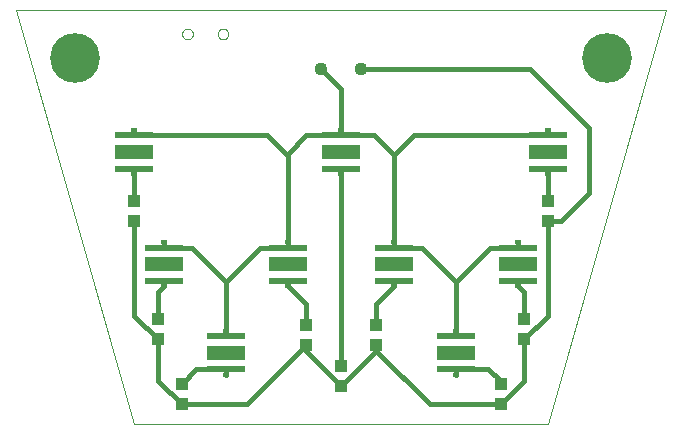
<source format=gtl>
G75*
%MOIN*%
%OFA0B0*%
%FSLAX24Y24*%
%IPPOS*%
%LPD*%
%AMOC8*
5,1,8,0,0,1.08239X$1,22.5*
%
%ADD10C,0.0000*%
%ADD11R,0.0433X0.0394*%
%ADD12R,0.1299X0.0512*%
%ADD13R,0.1299X0.0197*%
%ADD14R,0.0197X0.0157*%
%ADD15C,0.0436*%
%ADD16C,0.0160*%
%ADD17C,0.1660*%
D10*
X004037Y000100D02*
X000100Y013880D01*
X021754Y013880D01*
X017817Y000100D01*
X004037Y000100D01*
X005632Y013088D02*
X005634Y013114D01*
X005640Y013140D01*
X005650Y013165D01*
X005663Y013188D01*
X005679Y013208D01*
X005699Y013226D01*
X005721Y013241D01*
X005744Y013253D01*
X005770Y013261D01*
X005796Y013265D01*
X005822Y013265D01*
X005848Y013261D01*
X005874Y013253D01*
X005898Y013241D01*
X005919Y013226D01*
X005939Y013208D01*
X005955Y013188D01*
X005968Y013165D01*
X005978Y013140D01*
X005984Y013114D01*
X005986Y013088D01*
X005984Y013062D01*
X005978Y013036D01*
X005968Y013011D01*
X005955Y012988D01*
X005939Y012968D01*
X005919Y012950D01*
X005897Y012935D01*
X005874Y012923D01*
X005848Y012915D01*
X005822Y012911D01*
X005796Y012911D01*
X005770Y012915D01*
X005744Y012923D01*
X005720Y012935D01*
X005699Y012950D01*
X005679Y012968D01*
X005663Y012988D01*
X005650Y013011D01*
X005640Y013036D01*
X005634Y013062D01*
X005632Y013088D01*
X006813Y013088D02*
X006815Y013114D01*
X006821Y013140D01*
X006831Y013165D01*
X006844Y013188D01*
X006860Y013208D01*
X006880Y013226D01*
X006902Y013241D01*
X006925Y013253D01*
X006951Y013261D01*
X006977Y013265D01*
X007003Y013265D01*
X007029Y013261D01*
X007055Y013253D01*
X007079Y013241D01*
X007100Y013226D01*
X007120Y013208D01*
X007136Y013188D01*
X007149Y013165D01*
X007159Y013140D01*
X007165Y013114D01*
X007167Y013088D01*
X007165Y013062D01*
X007159Y013036D01*
X007149Y013011D01*
X007136Y012988D01*
X007120Y012968D01*
X007100Y012950D01*
X007078Y012935D01*
X007055Y012923D01*
X007029Y012915D01*
X007003Y012911D01*
X006977Y012911D01*
X006951Y012915D01*
X006925Y012923D01*
X006901Y012935D01*
X006880Y012950D01*
X006860Y012968D01*
X006844Y012988D01*
X006831Y013011D01*
X006821Y013036D01*
X006815Y013062D01*
X006813Y013088D01*
D11*
X004037Y007521D03*
X004037Y006852D03*
X004824Y003584D03*
X004824Y002915D03*
X005612Y001419D03*
X005612Y000750D03*
X009746Y002718D03*
X009746Y003387D03*
X010927Y002009D03*
X010927Y001340D03*
X012108Y002718D03*
X012108Y003387D03*
X016242Y001419D03*
X016242Y000750D03*
X017029Y002915D03*
X017029Y003584D03*
X017817Y006852D03*
X017817Y007521D03*
D12*
X017817Y009155D03*
X016832Y005415D03*
X012698Y005415D03*
X009155Y005415D03*
X005029Y005415D03*
X007088Y002462D03*
X014765Y002462D03*
X010927Y009155D03*
X004037Y009155D03*
D13*
X004037Y008604D03*
X004037Y009706D03*
X005029Y005966D03*
X005029Y004864D03*
X007088Y003013D03*
X007088Y001911D03*
X009155Y004864D03*
X009155Y005966D03*
X012698Y005966D03*
X012698Y004864D03*
X014765Y003013D03*
X014765Y001911D03*
X016832Y004864D03*
X016832Y005966D03*
X017817Y008604D03*
X017817Y009706D03*
X010927Y009706D03*
X010927Y008604D03*
D14*
X010927Y008427D03*
X010927Y009883D03*
X012698Y006143D03*
X012698Y004687D03*
X014765Y003191D03*
X014765Y001734D03*
X016832Y004687D03*
X016832Y006143D03*
X017817Y008427D03*
X017817Y009883D03*
X009155Y006143D03*
X009155Y004687D03*
X007088Y003191D03*
X007088Y001734D03*
X005029Y004687D03*
X005029Y006143D03*
X004037Y008427D03*
X004037Y009883D03*
D15*
X010261Y011915D03*
X011600Y011915D03*
D16*
X011604Y011911D01*
X017226Y011911D01*
X019194Y009943D01*
X019194Y007777D01*
X018269Y006852D01*
X017817Y006852D01*
X017817Y003702D01*
X017029Y002915D01*
X017029Y001537D01*
X016242Y000750D01*
X013880Y000750D01*
X012108Y002521D01*
X010927Y001340D01*
X009746Y002521D01*
X009746Y002718D01*
X007777Y000750D01*
X005612Y000750D01*
X004824Y001537D01*
X004824Y002915D01*
X004037Y003702D01*
X004037Y006852D01*
X004037Y007521D02*
X004037Y008427D01*
X004037Y008604D01*
X004037Y009706D02*
X008458Y009706D01*
X009155Y009009D01*
X009155Y009100D01*
X009761Y009706D01*
X010927Y009706D01*
X012037Y009706D01*
X012698Y009045D01*
X013360Y009706D01*
X017817Y009706D01*
X017817Y009883D01*
X017817Y008604D02*
X017817Y008427D01*
X017817Y007521D01*
X016832Y006143D02*
X016832Y005966D01*
X015895Y005966D01*
X014765Y004836D01*
X013631Y005970D01*
X012702Y005970D01*
X012698Y005966D01*
X012698Y009045D01*
X010927Y008604D02*
X010927Y008427D01*
X010927Y002009D01*
X012108Y002521D02*
X012108Y002718D01*
X012108Y003387D02*
X012108Y004096D01*
X012698Y004687D01*
X012698Y004864D01*
X012698Y005966D02*
X012698Y006143D01*
X014765Y004836D02*
X014765Y003191D01*
X014765Y003013D01*
X014765Y001911D02*
X015836Y001911D01*
X016242Y001506D01*
X016242Y001419D01*
X014765Y001734D02*
X014765Y001911D01*
X017029Y003584D02*
X017029Y004490D01*
X016832Y004687D01*
X016832Y004864D01*
X009746Y004096D02*
X009746Y003387D01*
X009746Y004096D02*
X009155Y004687D01*
X009155Y004864D01*
X009155Y005966D02*
X008230Y005966D01*
X007088Y004824D01*
X007088Y003191D01*
X007088Y003013D01*
X007088Y001911D02*
X006104Y001911D01*
X005612Y001419D01*
X007088Y001734D02*
X007088Y001911D01*
X004824Y003584D02*
X004824Y004482D01*
X005029Y004687D01*
X005029Y004864D01*
X005029Y005966D02*
X005946Y005966D01*
X007088Y004824D01*
X005029Y005966D02*
X005029Y006143D01*
X009155Y006143D02*
X009155Y005966D01*
X009155Y006143D02*
X009155Y009009D01*
X010927Y009706D02*
X010927Y009883D01*
X010927Y011250D01*
X010261Y011915D01*
X004037Y009883D02*
X004037Y009706D01*
D17*
X002069Y012305D03*
X019785Y012305D03*
M02*

</source>
